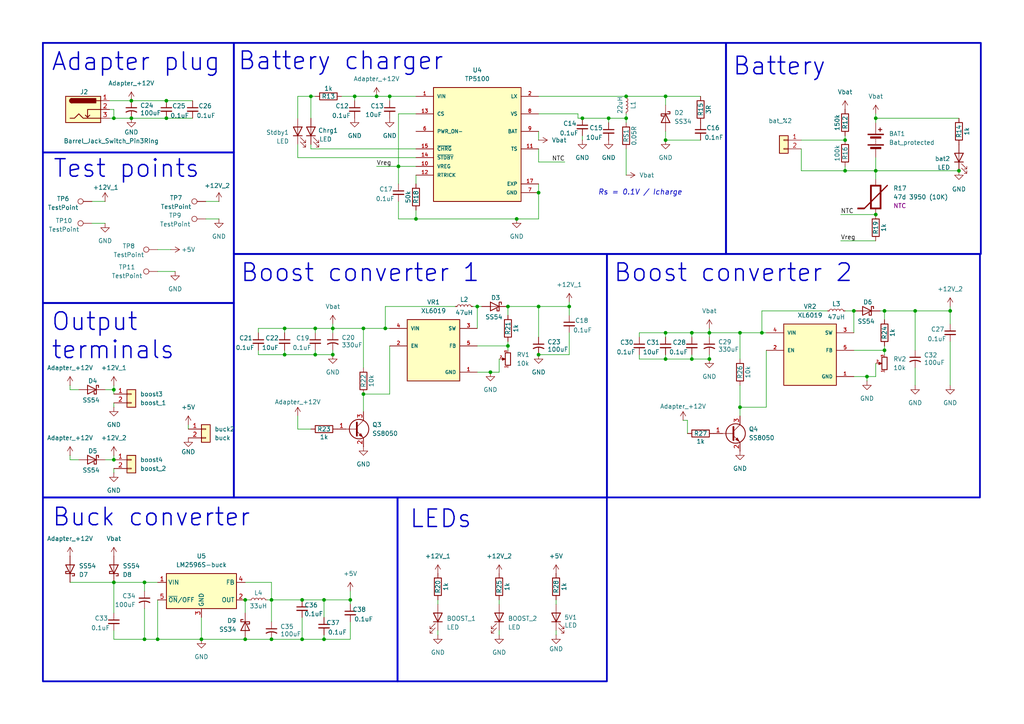
<source format=kicad_sch>
(kicad_sch (version 20250114) (generator "eeschema") (generator_version "9.0")
  (paper "A4")
  (rectangle (start 12.446 87.884) (end 67.818 144.272) (stroke (width 0.508)))
  (rectangle (start 67.818 73.66) (end 176.022 144.272) (stroke (width 0.508)))
  (rectangle (start 115.316 144.272) (end 176.022 197.612) (stroke (width 0.508)))
  (rectangle (start 176.022 73.66) (end 284.226 144.272) (stroke (width 0.508)))
  (rectangle (start 210.566 12.446) (end 284.48 73.66) (stroke (width 0.508)))
  (rectangle (start 12.446 12.446) (end 67.818 44.196) (stroke (width 0.508)))
  (rectangle (start 12.446 144.272) (end 115.316 197.612) (stroke (width 0.508)))
  (rectangle (start 67.818 12.446) (end 210.566 73.66) (stroke (width 0.508)))
  (rectangle (start 12.446 44.196) (end 67.818 87.884) (stroke (width 0.508)))
  (text "Buck converter" (at 14.986 150.114 0) (effects (font (size 5.08 5.08) (thickness 0.4064) (bold yes)) (justify left)))
  (text "Battery" (at 212.344 19.304 0) (effects (font (size 5.08 5.08) (thickness 0.4064) (bold yes)) (justify left)))
  (text "Battery charger" (at 68.834 17.78 0) (effects (font (size 5.08 5.08) (thickness 0.4064) (bold yes)) (justify left)))
  (text "Boost converter 2\n" (at 177.8 79.248 0) (effects (font (size 5.08 5.08) (thickness 0.4064) (bold yes)) (justify left)))
  (text "Output \nterminals" (at 14.732 97.536 0) (effects (font (size 5.08 5.08) (thickness 0.4064) (bold yes)) (justify left)))
  (text "Test points" (at 15.24 49.022 0) (effects (font (size 5.08 5.08) (thickness 0.4064) (bold yes)) (justify left)))
  (text "Adapter plug" (at 14.732 18.034 0) (effects (font (size 5.08 5.08) (thickness 0.4064) (bold yes)) (justify left)))
  (text "Rs = 0.1V / Icharge" (at 185.674 55.88 0) (effects (font (size 1.524 1.524) (thickness 0.1905) (italic yes))))
  (text "Boost converter 1" (at 69.596 79.248 0) (effects (font (size 5.08 5.08) (thickness 0.4064) (bold yes)) (justify left)))
  (text "LEDs" (at 118.618 150.622 0) (effects (font (size 5.08 5.08) (thickness 0.4064) (bold yes)) (justify left)))
  (junction (at 38.1 34.29))
  (junction (at 90.17 27.94))
  (junction (at 91.44 102.87))
  (junction (at 120.65 63.5))
  (junction (at 138.43 88.9))
  (junction (at 41.91 168.91))
  (junction (at 193.04 40.64))
  (junction (at 96.52 102.87))
  (junction (at 254 34.29))
  (junction (at 33.02 34.29))
  (junction (at 33.02 168.91))
  (junction (at 214.63 118.11))
  (junction (at 91.44 95.25))
  (junction (at 205.74 104.14))
  (junction (at 247.65 90.17))
  (junction (at 93.98 173.99))
  (junction (at 142.24 107.95))
  (junction (at 109.22 27.94))
  (junction (at 111.76 95.25))
  (junction (at 147.32 100.33))
  (junction (at 45.72 185.42))
  (junction (at 48.26 29.21))
  (junction (at 71.12 173.99))
  (junction (at 33.02 113.03))
  (junction (at 78.74 173.99))
  (junction (at 181.61 27.94))
  (junction (at 33.02 133.35))
  (junction (at 193.04 27.94))
  (junction (at 245.11 40.64))
  (junction (at 48.26 34.29))
  (junction (at 278.13 49.53))
  (junction (at 168.91 34.29))
  (junction (at 254 62.23))
  (junction (at 254 49.53))
  (junction (at 113.03 27.94))
  (junction (at 193.04 104.14))
  (junction (at 105.41 95.25))
  (junction (at 147.32 88.9))
  (junction (at 102.87 27.94))
  (junction (at 58.42 185.42))
  (junction (at 41.91 185.42))
  (junction (at 82.55 95.25))
  (junction (at 275.59 90.17))
  (junction (at 193.04 96.52))
  (junction (at 256.54 101.6))
  (junction (at 156.21 88.9))
  (junction (at 251.46 109.22))
  (junction (at 245.11 49.53))
  (junction (at 93.98 185.42))
  (junction (at 176.53 34.29))
  (junction (at 87.63 185.42))
  (junction (at 82.55 102.87))
  (junction (at 265.43 90.17))
  (junction (at 38.1 29.21))
  (junction (at 101.6 173.99))
  (junction (at 165.1 88.9))
  (junction (at 181.61 34.29))
  (junction (at 71.12 185.42))
  (junction (at 96.52 95.25))
  (junction (at 87.63 173.99))
  (junction (at 78.74 185.42))
  (junction (at 214.63 96.52))
  (junction (at 105.41 114.3))
  (junction (at 205.74 96.52))
  (junction (at 156.21 55.88))
  (junction (at 156.21 102.87))
  (junction (at 115.57 48.26))
  (junction (at 149.86 63.5))
  (junction (at 256.54 90.17))
  (junction (at 220.98 96.52))
  (junction (at 200.66 104.14))
  (junction (at 200.66 96.52))
  (wire (pts (xy 245.11 49.53) (xy 245.11 48.26)))
  (wire (pts (xy 205.74 97.79) (xy 205.74 96.52)))
  (wire (pts (xy 87.63 179.07) (xy 87.63 185.42)))
  (wire (pts (xy 205.74 104.14) (xy 205.74 102.87)))
  (wire (pts (xy 156.21 55.88) (xy 156.21 63.5)))
  (wire (pts (xy 71.12 173.99) (xy 72.39 173.99)))
  (wire (pts (xy 220.98 96.52) (xy 222.25 96.52)))
  (wire (pts (xy 91.44 102.87) (xy 96.52 102.87)))
  (wire (pts (xy 255.27 90.17) (xy 256.54 90.17)))
  (wire (pts (xy 185.42 102.87) (xy 185.42 104.14)))
  (wire (pts (xy 144.78 175.26) (xy 144.78 173.99)))
  (wire (pts (xy 185.42 97.79) (xy 185.42 96.52)))
  (wire (pts (xy 165.1 88.9) (xy 165.1 91.44)))
  (wire (pts (xy 58.42 179.07) (xy 58.42 185.42)))
  (wire (pts (xy 232.41 49.53) (xy 245.11 49.53)))
  (wire (pts (xy 33.02 114.3) (xy 33.02 113.03)))
  (wire (pts (xy 33.02 182.88) (xy 33.02 185.42)))
  (wire (pts (xy 167.64 34.29) (xy 168.91 34.29)))
  (wire (pts (xy 156.21 38.1) (xy 156.21 40.64)))
  (wire (pts (xy 138.43 107.95) (xy 142.24 107.95)))
  (wire (pts (xy 254 45.72) (xy 254 49.53)))
  (wire (pts (xy 74.93 102.87) (xy 82.55 102.87)))
  (wire (pts (xy 90.17 34.29) (xy 90.17 27.94)))
  (wire (pts (xy 167.64 33.02) (xy 156.21 33.02)))
  (wire (pts (xy 90.17 43.18) (xy 120.65 43.18)))
  (wire (pts (xy 20.32 133.35) (xy 20.32 132.08)))
  (wire (pts (xy 176.53 35.56) (xy 176.53 34.29)))
  (wire (pts (xy 214.63 118.11) (xy 222.25 118.11)))
  (wire (pts (xy 163.83 46.99) (xy 156.21 46.99)))
  (wire (pts (xy 247.65 101.6) (xy 256.54 101.6)))
  (wire (pts (xy 71.12 177.8) (xy 71.12 173.99)))
  (wire (pts (xy 86.36 124.46) (xy 90.17 124.46)))
  (wire (pts (xy 127 175.26) (xy 127 173.99)))
  (wire (pts (xy 33.02 31.75) (xy 33.02 34.29)))
  (wire (pts (xy 115.57 48.26) (xy 115.57 53.34)))
  (wire (pts (xy 193.04 96.52) (xy 200.66 96.52)))
  (wire (pts (xy 30.48 113.03) (xy 33.02 113.03)))
  (wire (pts (xy 82.55 95.25) (xy 91.44 95.25)))
  (wire (pts (xy 93.98 173.99) (xy 93.98 179.07)))
  (wire (pts (xy 165.1 96.52) (xy 165.1 102.87)))
  (wire (pts (xy 240.03 90.17) (xy 220.98 90.17)))
  (wire (pts (xy 33.02 135.89) (xy 33.02 137.16)))
  (wire (pts (xy 181.61 27.94) (xy 156.21 27.94)))
  (wire (pts (xy 198.12 121.92) (xy 199.39 121.92)))
  (wire (pts (xy 254 105.41) (xy 254 109.22)))
  (wire (pts (xy 38.1 34.29) (xy 48.26 34.29)))
  (wire (pts (xy 86.36 27.94) (xy 90.17 27.94)))
  (wire (pts (xy 93.98 184.15) (xy 93.98 185.42)))
  (wire (pts (xy 93.98 185.42) (xy 101.6 185.42)))
  (wire (pts (xy 105.41 95.25) (xy 105.41 106.68)))
  (wire (pts (xy 33.02 34.29) (xy 38.1 34.29)))
  (wire (pts (xy 99.06 27.94) (xy 102.87 27.94)))
  (wire (pts (xy 48.26 29.21) (xy 55.88 29.21)))
  (wire (pts (xy 33.02 111.76) (xy 33.02 113.03)))
  (wire (pts (xy 243.84 62.23) (xy 254 62.23)))
  (wire (pts (xy 120.65 33.02) (xy 115.57 33.02)))
  (wire (pts (xy 214.63 96.52) (xy 214.63 104.14)))
  (wire (pts (xy 165.1 102.87) (xy 156.21 102.87)))
  (wire (pts (xy 200.66 104.14) (xy 205.74 104.14)))
  (wire (pts (xy 256.54 90.17) (xy 265.43 90.17)))
  (wire (pts (xy 101.6 173.99) (xy 101.6 175.26)))
  (wire (pts (xy 161.29 173.99) (xy 161.29 175.26)))
  (wire (pts (xy 50.8 78.74) (xy 45.72 78.74)))
  (wire (pts (xy 275.59 111.76) (xy 275.59 99.06)))
  (wire (pts (xy 113.03 29.21) (xy 113.03 27.94)))
  (wire (pts (xy 54.61 123.19) (xy 54.61 124.46)))
  (wire (pts (xy 71.12 185.42) (xy 78.74 185.42)))
  (wire (pts (xy 93.98 173.99) (xy 101.6 173.99)))
  (wire (pts (xy 193.04 40.64) (xy 203.2 40.64)))
  (wire (pts (xy 254 49.53) (xy 278.13 49.53)))
  (wire (pts (xy 254 33.02) (xy 254 34.29)))
  (wire (pts (xy 96.52 96.52) (xy 96.52 95.25)))
  (wire (pts (xy 96.52 95.25) (xy 105.41 95.25)))
  (wire (pts (xy 214.63 96.52) (xy 220.98 96.52)))
  (wire (pts (xy 71.12 168.91) (xy 78.74 168.91)))
  (wire (pts (xy 111.76 95.25) (xy 113.03 95.25)))
  (wire (pts (xy 120.65 50.8) (xy 120.65 53.34)))
  (wire (pts (xy 78.74 173.99) (xy 87.63 173.99)))
  (wire (pts (xy 31.75 31.75) (xy 33.02 31.75)))
  (wire (pts (xy 181.61 34.29) (xy 181.61 33.02)))
  (wire (pts (xy 63.5 63.5) (xy 59.69 63.5)))
  (wire (pts (xy 22.86 113.03) (xy 20.32 113.03)))
  (wire (pts (xy 41.91 171.45) (xy 41.91 168.91)))
  (wire (pts (xy 91.44 102.87) (xy 82.55 102.87)))
  (wire (pts (xy 120.65 60.96) (xy 120.65 63.5)))
  (wire (pts (xy 193.04 30.48) (xy 193.04 27.94)))
  (wire (pts (xy 82.55 101.6) (xy 82.55 102.87)))
  (wire (pts (xy 74.93 95.25) (xy 82.55 95.25)))
  (wire (pts (xy 20.32 168.91) (xy 33.02 168.91)))
  (wire (pts (xy 193.04 27.94) (xy 181.61 27.94)))
  (wire (pts (xy 30.48 133.35) (xy 33.02 133.35)))
  (wire (pts (xy 251.46 109.22) (xy 254 109.22)))
  (wire (pts (xy 111.76 88.9) (xy 111.76 95.25)))
  (wire (pts (xy 38.1 29.21) (xy 48.26 29.21)))
  (wire (pts (xy 156.21 88.9) (xy 156.21 97.79)))
  (wire (pts (xy 138.43 88.9) (xy 138.43 95.25)))
  (wire (pts (xy 220.98 90.17) (xy 220.98 96.52)))
  (wire (pts (xy 265.43 111.76) (xy 265.43 106.68)))
  (wire (pts (xy 127 182.88) (xy 127 184.15)))
  (wire (pts (xy 115.57 48.26) (xy 120.65 48.26)))
  (wire (pts (xy 33.02 168.91) (xy 41.91 168.91)))
  (wire (pts (xy 200.66 104.14) (xy 200.66 102.87)))
  (wire (pts (xy 96.52 95.25) (xy 96.52 93.98)))
  (wire (pts (xy 41.91 168.91) (xy 45.72 168.91)))
  (wire (pts (xy 138.43 100.33) (xy 147.32 100.33)))
  (wire (pts (xy 30.48 64.77) (xy 26.67 64.77)))
  (wire (pts (xy 77.47 173.99) (xy 78.74 173.99)))
  (wire (pts (xy 165.1 88.9) (xy 165.1 87.63)))
  (wire (pts (xy 156.21 53.34) (xy 156.21 55.88)))
  (wire (pts (xy 144.78 104.14) (xy 144.78 107.95)))
  (wire (pts (xy 96.52 102.87) (xy 96.52 101.6)))
  (wire (pts (xy 96.52 95.25) (xy 91.44 95.25)))
  (wire (pts (xy 185.42 96.52) (xy 193.04 96.52)))
  (wire (pts (xy 251.46 110.49) (xy 251.46 109.22)))
  (wire (pts (xy 31.75 29.21) (xy 38.1 29.21)))
  (wire (pts (xy 86.36 45.72) (xy 120.65 45.72)))
  (wire (pts (xy 86.36 120.65) (xy 86.36 124.46)))
  (wire (pts (xy 161.29 184.15) (xy 161.29 182.88)))
  (wire (pts (xy 181.61 35.56) (xy 181.61 34.29)))
  (wire (pts (xy 265.43 90.17) (xy 275.59 90.17)))
  (wire (pts (xy 193.04 104.14) (xy 200.66 104.14)))
  (wire (pts (xy 256.54 100.33) (xy 256.54 101.6)))
  (wire (pts (xy 115.57 63.5) (xy 120.65 63.5)))
  (wire (pts (xy 156.21 46.99) (xy 156.21 43.18)))
  (wire (pts (xy 156.21 88.9) (xy 165.1 88.9)))
  (wire (pts (xy 90.17 41.91) (xy 90.17 43.18)))
  (wire (pts (xy 147.32 99.06) (xy 147.32 100.33)))
  (wire (pts (xy 139.7 88.9) (xy 138.43 88.9)))
  (wire (pts (xy 102.87 27.94) (xy 109.22 27.94)))
  (wire (pts (xy 193.04 38.1) (xy 193.04 40.64)))
  (wire (pts (xy 275.59 90.17) (xy 275.59 93.98)))
  (wire (pts (xy 82.55 96.52) (xy 82.55 95.25)))
  (wire (pts (xy 87.63 185.42) (xy 93.98 185.42)))
  (wire (pts (xy 265.43 90.17) (xy 265.43 101.6)))
  (wire (pts (xy 115.57 33.02) (xy 115.57 48.26)))
  (wire (pts (xy 33.02 116.84) (xy 33.02 118.11)))
  (wire (pts (xy 147.32 88.9) (xy 147.32 91.44)))
  (wire (pts (xy 33.02 185.42) (xy 41.91 185.42)))
  (wire (pts (xy 181.61 43.18) (xy 181.61 50.8)))
  (wire (pts (xy 168.91 34.29) (xy 176.53 34.29)))
  (wire (pts (xy 254 49.53) (xy 254 52.07)))
  (wire (pts (xy 275.59 90.17) (xy 275.59 88.9)))
  (wire (pts (xy 91.44 102.87) (xy 91.44 101.6)))
  (wire (pts (xy 91.44 96.52) (xy 91.44 95.25)))
  (wire (pts (xy 41.91 185.42) (xy 45.72 185.42)))
  (wire (pts (xy 26.67 58.42) (xy 30.48 58.42)))
  (wire (pts (xy 101.6 171.45) (xy 101.6 173.99)))
  (wire (pts (xy 101.6 180.34) (xy 101.6 185.42)))
  (wire (pts (xy 120.65 63.5) (xy 149.86 63.5)))
  (wire (pts (xy 105.41 114.3) (xy 113.03 114.3)))
  (wire (pts (xy 115.57 58.42) (xy 115.57 63.5)))
  (wire (pts (xy 48.26 34.29) (xy 55.88 34.29)))
  (wire (pts (xy 22.86 133.35) (xy 20.32 133.35)))
  (wire (pts (xy 232.41 43.18) (xy 232.41 49.53)))
  (wire (pts (xy 86.36 41.91) (xy 86.36 45.72)))
  (wire (pts (xy 31.75 34.29) (xy 33.02 34.29)))
  (wire (pts (xy 33.02 133.35) (xy 33.02 132.08)))
  (wire (pts (xy 247.65 90.17) (xy 245.11 90.17)))
  (wire (pts (xy 45.72 173.99) (xy 45.72 185.42)))
  (wire (pts (xy 138.43 88.9) (xy 137.16 88.9)))
  (wire (pts (xy 278.13 34.29) (xy 254 34.29)))
  (wire (pts (xy 254 35.56) (xy 254 34.29)))
  (wire (pts (xy 113.03 27.94) (xy 109.22 27.94)))
  (wire (pts (xy 232.41 40.64) (xy 245.11 40.64)))
  (wire (pts (xy 247.65 109.22) (xy 251.46 109.22)))
  (wire (pts (xy 86.36 34.29) (xy 86.36 27.94)))
  (wire (pts (xy 147.32 100.33) (xy 147.32 101.6)))
  (wire (pts (xy 222.25 118.11) (xy 222.25 101.6)))
  (wire (pts (xy 142.24 107.95) (xy 144.78 107.95)))
  (wire (pts (xy 185.42 104.14) (xy 193.04 104.14)))
  (wire (pts (xy 167.64 34.29) (xy 167.64 33.02)))
  (wire (pts (xy 245.11 49.53) (xy 254 49.53)))
  (wire (pts (xy 205.74 96.52) (xy 205.74 95.25)))
  (wire (pts (xy 105.41 95.25) (xy 111.76 95.25)))
  (wire (pts (xy 214.63 111.76) (xy 214.63 118.11)))
  (wire (pts (xy 109.22 48.26) (xy 115.57 48.26)))
  (wire (pts (xy 245.11 39.37) (xy 245.11 40.64)))
  (wire (pts (xy 58.42 185.42) (xy 71.12 185.42)))
  (wire (pts (xy 199.39 121.92) (xy 199.39 125.73)))
  (wire (pts (xy 78.74 185.42) (xy 87.63 185.42)))
  (wire (pts (xy 200.66 97.79) (xy 200.66 96.52)))
  (wire (pts (xy 132.08 88.9) (xy 111.76 88.9)))
  (wire (pts (xy 113.03 27.94) (xy 120.65 27.94)))
  (wire (pts (xy 74.93 102.87) (xy 74.93 101.6)))
  (wire (pts (xy 193.04 27.94) (xy 203.2 27.94)))
  (wire (pts (xy 78.74 173.99) (xy 78.74 180.34)))
  (wire (pts (xy 102.87 29.21) (xy 102.87 27.94)))
  (wire (pts (xy 78.74 168.91) (xy 78.74 173.99)))
  (wire (pts (xy 176.53 34.29) (xy 181.61 34.29)))
  (wire (pts (xy 33.02 168.91) (xy 33.02 177.8)))
  (wire (pts (xy 45.72 72.39) (xy 49.53 72.39)))
  (wire (pts (xy 147.32 88.9) (xy 156.21 88.9)))
  (wire (pts (xy 256.54 90.17) (xy 256.54 92.71)))
  (wire (pts (xy 214.63 118.11) (xy 214.63 120.65)))
  (wire (pts (xy 149.86 63.5) (xy 156.21 63.5)))
  (wire (pts (xy 59.69 58.42) (xy 63.5 58.42)))
  (wire (pts (xy 45.72 185.42) (xy 58.42 185.42)))
  (wire (pts (xy 144.78 182.88) (xy 144.78 184.15)))
  (wire (pts (xy 41.91 176.53) (xy 41.91 185.42)))
  (wire (pts (xy 105.41 114.3) (xy 105.41 119.38)))
  (wire (pts (xy 200.66 96.52) (xy 205.74 96.52)))
  (wire (pts (xy 90.17 27.94) (xy 91.44 27.94)))
  (wire (pts (xy 20.32 113.03) (xy 20.32 111.76)))
  (wire (pts (xy 193.04 102.87) (xy 193.04 104.14)))
  (wire (pts (xy 247.65 90.17) (xy 247.65 96.52)))
  (wire (pts (xy 243.84 69.85) (xy 254 69.85)))
  (wire (pts (xy 256.54 101.6) (xy 256.54 102.87)))
  (wire (pts (xy 74.93 96.52) (xy 74.93 95.25)))
  (wire (pts (xy 205.74 96.52) (xy 214.63 96.52)))
  (wire (pts (xy 168.91 40.64) (xy 168.91 39.37)))
  (wire (pts (xy 193.04 97.79) (xy 193.04 96.52)))
  (wire (pts (xy 87.63 173.99) (xy 93.98 173.99)))
  (wire (pts (xy 113.03 100.33) (xy 113.03 114.3)))
  (label "Vreg" (at 243.84 69.85 0))
  (label "NTC" (at 163.83 46.99 180))
  (label "Vreg" (at 109.22 48.26 0))
  (label "NTC" (at 243.84 62.23 0))
  (symbol (lib_id "PCM_4ms_Connector:Conn_01x02") (at 38.1 114.3 0) (unit 1)
    (property "Reference" "boost3" (at 40.64 114.2999 0) (effects (justify left)))
    (property "Value" "boost_1" (at 40.64 116.8399 0) (effects (justify left)))
    (property "Footprint" "Connector_JST:JST_VH_B2P-VH-B_1x02_P3.96mm_Vertical" (effects (hide yes)))
    (property "Description" "HEADER 1x2 MALE PINS 0.100” 180deg" (effects (hide yes)))
    (property "Specifications" "Pins_01x02, Header, Male Pins, 1*2, spacing 2.54mm, straight pin" (effects (hide yes)))
    (property "Manufacturer" "TAD" (effects (hide yes)))
    (property "Part Number" "1-0201FBV0T" (effects (hide yes)))
  )
  (symbol (lib_id "Device:C_Small") (at 200.66 100.33 0) (unit 1)
    (property "Reference" "C28" (at 195.072 99.314 0) (effects (justify left)))
    (property "Value" "0.1uF" (at 194.056 102.108 0) (effects (justify left)))
    (property "Footprint" "PCM_4ms_Capacitor:C_0603" (effects (hide yes)))
    (property "Description" "Unpolarized capacitor, small symbol" (effects (hide yes)))
  )
  (symbol (lib_id "Device:C_Small_US") (at 265.43 104.14 0) (unit 1)
    (property "Reference" "C32" (at 267.97 102.9969 0) (effects (justify left)))
    (property "Value" "100uF" (at 267.97 105.156 0) (effects (justify left)))
    (property "Footprint" "PCM_Capacitor_SMD_Handsoldering_AKL:C_Elec_6.3x7.7" (effects (hide yes)))
    (property "Description" "capacitor, small US symbol" (effects (hide yes)))
  )
  (symbol (lib_id "Diode:1N5822") (at 193.04 34.29 270) (unit 1)
    (property "Reference" "D2" (at 195.58 32.7024 90) (effects (justify left)))
    (property "Value" "SS34" (at 195.58 35.2424 90) (effects (justify left)))
    (property "Footprint" "Diode_SMD:D_SMA" (effects (hide yes)))
    (property "Datasheet" "http://www.vishay.com/docs/88526/1n5820.pdf" (effects (hide yes)))
    (property "Description" "40V 3A Schottky Barrier Rectifier Diode, DO-201AD" (effects (hide yes)))
  )
  (symbol (lib_id "Device:C_Small") (at 113.03 31.75 0) (unit 1)
    (property "Reference" "C13" (at 107.442 30.734 0) (effects (justify left)))
    (property "Value" "10uF" (at 105.918 33.274 0) (effects (justify left)))
    (property "Footprint" "PCM_4ms_Capacitor:C_0603" (effects (hide yes)))
    (property "Description" "Unpolarized capacitor, small symbol" (effects (hide yes)))
  )
  (symbol (lib_id "power:GND") (at 168.91 40.64 0) (unit 1)
    (property "Reference" "#PWR047" (effects (hide yes)))
    (property "Value" "GND" (at 168.91 45.72 0))
    (property "Description" "Power symbol creates a global label with name \"GND\" , ground" (effects (hide yes)))
  )
  (symbol (lib_id "power:+12V") (at 33.02 161.29 0) (unit 1)
    (property "Reference" "#PWR082" (effects (hide yes)))
    (property "Value" "Vbat" (at 33.02 156.21 0))
    (property "Description" "Power symbol creates a global label with name \"+12V\"" (effects (hide yes)))
  )
  (symbol (lib_id "power:+12V") (at 38.1 29.21 0) (unit 1)
    (property "Reference" "#PWR067" (effects (hide yes)))
    (property "Value" "Adapter_+12V" (at 38.1 24.13 0))
    (property "Description" "Power symbol creates a global label with name \"+12V\"" (effects (hide yes)))
  )
  (symbol (lib_id "Device:R") (at 147.32 95.25 0) (mirror x) (unit 1)
    (property "Reference" "R21" (at 147.32 95.25 90))
    (property "Value" "1k" (at 149.606 95.25 90))
    (property "Footprint" "PCM_4ms_Resistor:R_0603" (effects (hide yes)))
    (property "Description" "Resistor" (effects (hide yes)))
  )
  (symbol (lib_id "power:GND") (at 251.46 110.49 0) (unit 1)
    (property "Reference" "#PWR078" (effects (hide yes)))
    (property "Value" "GND" (at 251.46 115.57 0))
    (property "Description" "Power symbol creates a global label with name \"GND\" , ground" (effects (hide yes)))
  )
  (symbol (lib_id "Device:C_Small") (at 102.87 31.75 0) (unit 1)
    (property "Reference" "C12" (at 97.282 30.734 0) (effects (justify left)))
    (property "Value" "0.1uF" (at 96.266 33.528 0) (effects (justify left)))
    (property "Footprint" "PCM_4ms_Capacitor:C_0603" (effects (hide yes)))
    (property "Description" "Unpolarized capacitor, small symbol" (effects (hide yes)))
  )
  (symbol (lib_id "power:+12V") (at 198.12 121.92 0) (unit 1)
    (property "Reference" "#PWR083" (effects (hide yes)))
    (property "Value" "Adapter_+12V" (at 198.12 117.856 0))
    (property "Description" "Power symbol creates a global label with name \"+12V\"" (effects (hide yes)))
  )
  (symbol (lib_id "Device:LED") (at 127 179.07 270) (mirror x) (unit 1)
    (property "Reference" "BOOST_1" (at 129.54 179.3874 90) (effects (justify left)))
    (property "Value" "LED" (at 129.54 181.9274 90) (effects (justify left)))
    (property "Footprint" "PCM_LED_SMD_AKL:LED_0603_1608Metric_Pad1.05x0.95mm" (effects (hide yes)))
    (property "Description" "Light emitting diode" (effects (hide yes)))
    (property "Sim.Pins" "1=K 2=A" (effects (hide yes)))
  )
  (symbol (lib_id "power:GND") (at 33.02 137.16 0) (unit 1)
    (property "Reference" "#PWR072" (effects (hide yes)))
    (property "Value" "GND" (at 33.02 142.24 0))
    (property "Description" "Power symbol creates a global label with name \"GND\" , ground" (effects (hide yes)))
  )
  (symbol (lib_id "power:GND") (at 30.48 64.77 0) (unit 1)
    (property "Reference" "#PWR0128" (effects (hide yes)))
    (property "Value" "GND" (at 30.48 69.85 0))
    (property "Description" "Power symbol creates a global label with name \"GND\" , ground" (effects (hide yes)))
  )
  (symbol (lib_id "power:GND") (at 144.78 184.15 0) (unit 1)
    (property "Reference" "#PWR0134" (effects (hide yes)))
    (property "Value" "GND" (at 144.78 189.23 0))
    (property "Description" "Power symbol creates a global label with name \"GND\" , ground" (effects (hide yes)))
  )
  (symbol (lib_id "power:+12V") (at 205.74 95.25 0) (unit 1)
    (property "Reference" "#PWR073" (effects (hide yes)))
    (property "Value" "Vbat" (at 205.74 90.17 0))
    (property "Description" "Power symbol creates a global label with name \"+12V\"" (effects (hide yes)))
  )
  (symbol (lib_id "power:+5V") (at 54.61 123.19 0) (unit 1)
    (property "Reference" "#PWR084" (effects (hide yes)))
    (property "Value" "+5V" (at 54.61 118.11 0))
    (property "Description" "Power symbol creates a global label with name \"+5V\"" (effects (hide yes)))
  )
  (symbol (lib_id "Device:C_Small_US") (at 96.52 99.06 0) (unit 1)
    (property "Reference" "C20" (at 99.06 97.9169 0) (effects (justify left)))
    (property "Value" "330uF" (at 99.06 100.076 0) (effects (justify left)))
    (property "Footprint" "PCM_Capacitor_SMD_Handsoldering_AKL:C_Elec_6.3x7.7" (effects (hide yes)))
    (property "Description" "capacitor, small US symbol" (effects (hide yes)))
  )
  (symbol (lib_id "Connector:Barrel_Jack_Switch_Pin3Ring") (at 24.13 31.75 0) (unit 1)
    (property "Reference" "J2" (at 24.384 26.67 0))
    (property "Value" "Barrel_Jack_Switch_Pin3Ring" (at 32.258 40.894 0))
    (property "Footprint" "my_custom_footprint:GCT_DCJ200-10-A-XX-K_REVA" (effects (hide yes)))
    (property "Description" "DC Barrel Jack with an internal switch" (effects (hide yes)))
  )
  (symbol (lib_id "power:+5V") (at 49.53 72.39 270) (unit 1)
    (property "Reference" "#PWR0126" (effects (hide yes)))
    (property "Value" "+5V" (at 54.61 72.39 90))
    (property "Description" "Power symbol creates a global label with name \"+5V\"" (effects (hide yes)))
  )
  (symbol (lib_id "power:+12V") (at 109.22 27.94 0) (unit 1)
    (property "Reference" "#PWR043" (effects (hide yes)))
    (property "Value" "Adapter_+12V" (at 109.22 22.86 0))
    (property "Description" "Power symbol creates a global label with name \"+12V\"" (effects (hide yes)))
  )
  (symbol (lib_id "Device:C_Small") (at 176.53 38.1 0) (unit 1)
    (property "Reference" "C15" (at 170.942 37.084 0) (effects (justify left)))
    (property "Value" "10uF" (at 169.926 39.878 0) (effects (justify left)))
    (property "Footprint" "PCM_4ms_Capacitor:C_0603" (effects (hide yes)))
    (property "Description" "Unpolarized capacitor, small symbol" (effects (hide yes)))
  )
  (symbol (lib_id "Transistor_BJT:SS8050") (at 102.87 124.46 0) (unit 1)
    (property "Reference" "Q3" (at 107.95 123.1899 0) (effects (justify left)))
    (property "Value" "SS8050" (at 107.95 125.7299 0) (effects (justify left)))
    (property "Footprint" "Package_TO_SOT_SMD:SOT-23" (effects (hide yes)))
    (property "Datasheet" "http://www.secosgmbh.com/datasheet/products/SSMPTransistor/SOT-23/SS8050.pdf" (effects (hide yes)))
    (property "Description" "General Purpose NPN Transistor, 1.5A Ic, 25V Vce, SOT-23" (effects (hide yes)))
  )
  (symbol (lib_id "Device:C_Small") (at 82.55 99.06 0) (unit 1)
    (property "Reference" "C22" (at 76.962 98.044 0) (effects (justify left)))
    (property "Value" "10uF" (at 75.946 100.838 0) (effects (justify left)))
    (property "Footprint" "PCM_4ms_Capacitor:C_0603" (effects (hide yes)))
    (property "Description" "Unpolarized capacitor, small symbol" (effects (hide yes)))
  )
  (symbol (lib_id "Device:R") (at 105.41 110.49 0) (unit 1)
    (property "Reference" "R22" (at 105.41 110.49 90))
    (property "Value" "10k" (at 107.696 110.49 90))
    (property "Footprint" "PCM_4ms_Resistor:R_0603" (effects (hide yes)))
    (property "Description" "Resistor" (effects (hide yes)))
  )
  (symbol (lib_id "Device:C_Small") (at 87.63 176.53 0) (mirror y) (unit 1)
    (property "Reference" "C36" (at 92.202 175.514 0) (effects (justify left)))
    (property "Value" "0.1uF" (at 93.726 178.054 0) (effects (justify left)))
    (property "Footprint" "PCM_4ms_Capacitor:C_0603" (effects (hide yes)))
    (property "Description" "Unpolarized capacitor, small symbol" (effects (hide yes)))
  )
  (symbol (lib_id "Device:LED") (at 278.13 45.72 90) (unit 1)
    (property "Reference" "bat2" (at 275.59 46.0374 90) (effects (justify left)))
    (property "Value" "LED" (at 275.59 48.5774 90) (effects (justify left)))
    (property "Footprint" "PCM_LED_SMD_AKL:LED_0603_1608Metric_Pad1.05x0.95mm" (effects (hide yes)))
    (property "Description" "Light emitting diode" (effects (hide yes)))
    (property "Sim.Pins" "1=K 2=A" (effects (hide yes)))
  )
  (symbol (lib_id "Device:R") (at 203.2 125.73 270) (unit 1)
    (property "Reference" "R27" (at 203.2 125.73 90))
    (property "Value" "1k" (at 203.2 128.016 90))
    (property "Footprint" "PCM_4ms_Resistor:R_0603" (effects (hide yes)))
    (property "Description" "Resistor" (effects (hide yes)))
  )
  (symbol (lib_id "power:GND") (at 63.5 63.5 0) (unit 1)
    (property "Reference" "#PWR0127" (effects (hide yes)))
    (property "Value" "GND" (at 63.5 68.58 0))
    (property "Description" "Power symbol creates a global label with name \"GND\" , ground" (effects (hide yes)))
  )
  (symbol (lib_id "Device:C_Small_US") (at 205.74 100.33 0) (unit 1)
    (property "Reference" "C29" (at 208.28 99.1869 0) (effects (justify left)))
    (property "Value" "330uF" (at 208.28 101.346 0) (effects (justify left)))
    (property "Footprint" "PCM_Capacitor_SMD_Handsoldering_AKL:C_Elec_6.3x7.7" (effects (hide yes)))
    (property "Description" "capacitor, small US symbol" (effects (hide yes)))
  )
  (symbol (lib_id "Diode:1N5822") (at 251.46 90.17 0) (mirror y) (unit 1)
    (property "Reference" "D6" (at 253.0476 87.63 0) (effects (justify left)))
    (property "Value" "SS54" (at 253.746 93.218 0) (effects (justify left)))
    (property "Footprint" "Diode_SMD:D_SMA" (effects (hide yes)))
    (property "Datasheet" "http://www.vishay.com/docs/88526/1n5820.pdf" (effects (hide yes)))
    (property "Description" "40V 3A Schottky Barrier Rectifier Diode, DO-201AD" (effects (hide yes)))
  )
  (symbol (lib_id "power:GND") (at 156.21 102.87 0) (unit 1)
    (property "Reference" "#PWR061" (effects (hide yes)))
    (property "Value" "GND" (at 156.21 107.95 0))
    (property "Description" "Power symbol creates a global label with name \"GND\" , ground" (effects (hide yes)))
  )
  (symbol (lib_id "PCM_Elektuur:R-nonlin") (at 254 57.15 0) (unit 1)
    (property "Reference" "R17" (at 259.08 54.6099 0) (effects (justify left)))
    (property "Value" "47d 3950 (10K)" (at 259.08 57.1499 0) (effects (justify left)))
    (property "Footprint" "PCM_Resistor_THT_AKL_Double:R_Axial_DIN0204_L3.6mm_D1.6mm_P5.08mm_Horizontal" (effects (hide yes)))
    (property "Description" "non-linear resistor, inherent/intrinsic variability" (effects (hide yes)))
    (property "Indicator" "+" (effects (hide yes)))
    (property "Rating" "NTC" (at 259.08 59.6899 0) (effects (justify left)))
  )
  (symbol (lib_id "Device:LED") (at 161.29 179.07 90) (unit 1)
    (property "Reference" "5V1" (at 167.386 179.07 90) (effects (justify left)))
    (property "Value" "LED" (at 167.386 181.356 90) (effects (justify left)))
    (property "Footprint" "PCM_LED_SMD_AKL:LED_0603_1608Metric_Pad1.05x0.95mm" (effects (hide yes)))
    (property "Description" "Light emitting diode" (effects (hide yes)))
    (property "Sim.Pins" "1=K 2=A" (effects (hide yes)))
  )
  (symbol (lib_id "power:+12V") (at 86.36 120.65 0) (unit 1)
    (property "Reference" "#PWR065" (effects (hide yes)))
    (property "Value" "Adapter_+12V" (at 86.36 116.586 0))
    (property "Description" "Power symbol creates a global label with name \"+12V\"" (effects (hide yes)))
  )
  (symbol (lib_id "power:GND") (at 278.13 49.53 0) (unit 1)
    (property "Reference" "#PWR050" (effects (hide yes)))
    (property "Value" "GND" (at 278.13 54.864 0))
    (property "Description" "Power symbol creates a global label with name \"GND\" , ground" (effects (hide yes)))
  )
  (symbol (lib_id "Device:R") (at 245.11 35.56 0) (mirror y) (unit 1)
    (property "Reference" "R12" (at 245.11 35.56 90))
    (property "Value" "150k" (at 242.824 35.56 90))
    (property "Footprint" "PCM_4ms_Resistor:R_0603" (effects (hide yes)))
    (property "Description" "Resistor" (effects (hide yes)))
  )
  (symbol (lib_id "Diode:1N5822") (at 26.67 133.35 0) (mirror y) (unit 1)
    (property "Reference" "D5" (at 28.2576 130.81 0) (effects (justify left)))
    (property "Value" "SS54" (at 28.956 136.398 0) (effects (justify left)))
    (property "Footprint" "Diode_SMD:D_SMA" (effects (hide yes)))
    (property "Datasheet" "http://www.vishay.com/docs/88526/1n5820.pdf" (effects (hide yes)))
    (property "Description" "40V 3A Schottky Barrier Rectifier Diode, DO-201AD" (effects (hide yes)))
  )
  (symbol (lib_id "power:GND") (at 54.61 127 0) (unit 1)
    (property "Reference" "#PWR085" (effects (hide yes)))
    (property "Value" "GND" (at 54.61 131.064 0))
    (property "Description" "Power symbol creates a global label with name \"GND\" , ground" (effects (hide yes)))
  )
  (symbol (lib_id "Device:C_Small") (at 203.2 38.1 0) (mirror y) (unit 1)
    (property "Reference" "C16" (at 208.788 37.084 0) (effects (justify left)))
    (property "Value" "0.1nF" (at 209.804 39.878 0) (effects (justify left)))
    (property "Footprint" "PCM_4ms_Capacitor:C_0603" (effects (hide yes)))
    (property "Description" "Unpolarized capacitor, small symbol" (effects (hide yes)))
  )
  (symbol (lib_id "Connector:TestPoint") (at 26.67 58.42 90) (unit 1)
    (property "Reference" "TP6" (at 18.288 57.658 90))
    (property "Value" "TestPoint" (at 18.288 60.198 90))
    (property "Footprint" "TestPoint:TestPoint_Pad_D1.0mm" (effects (hide yes)))
    (property "Description" "test point" (effects (hide yes)))
  )
  (symbol (lib_id "XL6009:XL6009") (at 234.95 101.6 0) (unit 1)
    (property "Reference" "VR2" (at 234.95 88.9 0))
    (property "Value" "XL6019" (at 234.95 91.44 0))
    (property "Footprint" "PCM_Package_TO_SOT_SMD_AKL:TO-263-5_TabPin6_ThermalVias" (effects (hide yes)))
    (property "MF" "XLSEMI" (effects (hide yes)))
    (property "MAXIMUM_PACKAGE_HEIGHT" "4.65mm" (effects (hide yes)))
    (property "Package" "TO-263-5L XLSEMI" (effects (hide yes)))
    (property "Price" "None" (effects (hide yes)))
    (property "Check_prices" "https://www.snapeda.com/parts/XL6009/XLSEMI/view-part/?ref=eda" (effects (hide yes)))
    (property "STANDARD" "IPC-7351B" (effects (hide yes)))
    (property "PARTREV" "1.1" (effects (hide yes)))
    (property "SnapEDA_Link" "https://www.snapeda.com/parts/XL6009/XLSEMI/view-part/?ref=snap" (effects (hide yes)))
    (property "MP" "XL6009" (effects (hide yes)))
    (property "Description_1" "The XL6009 regulator is a wide input range, current mode, DC/DC converter which is capable of generating either positive or negative output voltages." (effects (hide yes)))
    (property "Availability" "Not in stock" (effects (hide yes)))
    (property "MANUFACTURER" "XLSEMI" (effects (hide yes)))
  )
  (symbol (lib_id "Connector:TestPoint") (at 45.72 78.74 90) (unit 1)
    (property "Reference" "TP11" (at 36.83 77.47 90))
    (property "Value" "TestPoint" (at 36.83 80.01 90))
    (property "Footprint" "TestPoint:TestPoint_Pad_D1.0mm" (effects (hide yes)))
    (property "Description" "test point" (effects (hide yes)))
  )
  (symbol (lib_id "Connector:TestPoint") (at 59.69 63.5 90) (unit 1)
    (property "Reference" "TP9" (at 50.8 62.484 90))
    (property "Value" "TestPoint" (at 50.8 65.024 90))
    (property "Footprint" "TestPoint:TestPoint_Pad_D1.0mm" (effects (hide yes)))
    (property "Description" "test point" (effects (hide yes)))
  )
  (symbol (lib_id "power:+12V") (at 20.32 161.29 0) (unit 1)
    (property "Reference" "#PWR081" (effects (hide yes)))
    (property "Value" "Adapter_+12V" (at 20.32 156.21 0))
    (property "Description" "Power symbol creates a global label with name \"+12V\"" (effects (hide yes)))
  )
  (symbol (lib_id "Device:C_Small") (at 101.6 177.8 0) (mirror y) (unit 1)
    (property "Reference" "C38" (at 106.172 176.784 0) (effects (justify left)))
    (property "Value" "0.1uF" (at 108.204 179.578 0) (effects (justify left)))
    (property "Footprint" "PCM_4ms_Capacitor:C_0603" (effects (hide yes)))
    (property "Description" "Unpolarized capacitor, small symbol" (effects (hide yes)))
  )
  (symbol (lib_id "power:GND") (at 113.03 34.29 0) (unit 1)
    (property "Reference" "#PWR045" (effects (hide yes)))
    (property "Value" "GND" (at 113.03 39.37 0))
    (property "Description" "Power symbol creates a global label with name \"GND\" , ground" (effects (hide yes)))
  )
  (symbol (lib_id "power:+12V") (at 20.32 132.08 0) (unit 1)
    (property "Reference" "#PWR068" (effects (hide yes)))
    (property "Value" "Adapter_+12V" (at 20.32 127 0))
    (property "Description" "Power symbol creates a global label with name \"+12V\"" (effects (hide yes)))
  )
  (symbol (lib_id "Device:C_Small") (at 168.91 36.83 0) (unit 1)
    (property "Reference" "C14" (at 163.322 35.814 0) (effects (justify left)))
    (property "Value" "0.1uF" (at 162.306 38.608 0) (effects (justify left)))
    (property "Footprint" "PCM_4ms_Capacitor:C_0603" (effects (hide yes)))
    (property "Description" "Unpolarized capacitor, small symbol" (effects (hide yes)))
  )
  (symbol (lib_id "TP5100:TP5100") (at 138.43 40.64 0) (unit 1)
    (property "Reference" "U4" (at 138.43 20.32 0))
    (property "Value" "TP5100" (at 138.43 22.86 0))
    (property "Footprint" "Package_DFN_QFN:LQFN-16-1EP_3x3mm_P0.5mm_EP1.7x1.7mm" (effects (hide yes)))
    (property "MF" "NanJing Top Power ASIC Corp." (effects (hide yes)))
    (property "MAXIMUM_PACKAGE_HEIGHT" "0.9 mm" (effects (hide yes)))
    (property "Package" "Package" (effects (hide yes)))
    (property "Price" "None" (effects (hide yes)))
    (property "Check_prices" "https://www.snapeda.com/parts/TP5100/NanJing+Top+Power+ASIC+Corp./view-part/?ref=eda" (effects (hide yes)))
    (property "STANDARD" "IPC 7351B" (effects (hide yes)))
    (property "PARTREV" "2.3" (effects (hide yes)))
    (property "SnapEDA_Link" "https://www.snapeda.com/parts/TP5100/NanJing+Top+Power+ASIC+Corp./view-part/?ref=snap" (effects (hide yes)))
    (property "MP" "TP5100" (effects (hide yes)))
    (property "Description_1" "2A-switch buck 8.4V / 4.2V rechargeable lithium battery" (effects (hide yes)))
    (property "MANUFACTURER" "NanJing Top Power ASIC Corp." (effects (hide yes)))
    (property "Availability" "Not in stock" (effects (hide yes)))
    (property "SNAPEDA_PN" "TP5100" (effects (hide yes)))
  )
  (symbol (lib_id "Device:R") (at 214.63 107.95 0) (unit 1)
    (property "Reference" "R26" (at 214.63 107.95 90))
    (property "Value" "10k" (at 216.916 107.95 90))
    (property "Footprint" "PCM_4ms_Resistor:R_0603" (effects (hide yes)))
    (property "Description" "Resistor" (effects (hide yes)))
  )
  (symbol (lib_id "Regulator_Switching:LM2596S-5") (at 58.42 171.45 0) (unit 1)
    (property "Reference" "U5" (at 58.42 161.29 0))
    (property "Value" "LM2596S-buck" (at 58.42 163.83 0))
    (property "Footprint" "PCM_Package_TO_SOT_SMD_AKL:TO-263-5_TabPin3_ThermalVias" (effects (hide yes)))
    (property "Datasheet" "http://www.ti.com/lit/ds/symlink/lm2596.pdf" (effects (hide yes)))
    (property "Description" "5V 3A Step-Down Voltage Regulator, TO-263" (effects (hide yes)))
  )
  (symbol (lib_id "Diode:1N5822") (at 26.67 113.03 0) (mirror y) (unit 1)
    (property "Reference" "D4" (at 28.2576 110.49 0) (effects (justify left)))
    (property "Value" "SS54" (at 28.956 116.078 0) (effects (justify left)))
    (property "Footprint" "Diode_SMD:D_SMA" (effects (hide yes)))
    (property "Datasheet" "http://www.vishay.com/docs/88526/1n5820.pdf" (effects (hide yes)))
    (property "Description" "40V 3A Schottky Barrier Rectifier Diode, DO-201AD" (effects (hide yes)))
  )
  (symbol (lib_id "Device:L_Small") (at 134.62 88.9 90) (unit 1)
    (property "Reference" "L2" (at 134.62 86.868 90))
    (property "Value" "47uH" (at 134.62 90.678 90))
    (property "Footprint" "PCM_Inductor_SMD_Handsoldering_AKL:L_7.3x7.3_H4.5" (effects (hide yes)))
    (property "Description" "Inductor, small symbol" (effects (hide yes)))
  )
  (symbol (lib_id "power:GND") (at 102.87 34.29 0) (unit 1)
    (property "Reference" "#PWR044" (effects (hide yes)))
    (property "Value" "GND" (at 102.87 39.37 0))
    (property "Description" "Power symbol creates a global label with name \"GND\" , ground" (effects (hide yes)))
  )
  (symbol (lib_id "Device:C_Small") (at 185.42 100.33 0) (unit 1)
    (property "Reference" "C30" (at 179.832 99.314 0) (effects (justify left)))
    (property "Value" "0.1uF" (at 178.816 102.108 0) (effects (justify left)))
    (property "Footprint" "PCM_4ms_Capacitor:C_0603" (effects (hide yes)))
    (property "Description" "Unpolarized capacitor, small symbol" (effects (hide yes)))
  )
  (symbol (lib_id "power:GND") (at 149.86 63.5 0) (unit 1)
    (property "Reference" "#PWR052" (effects (hide yes)))
    (property "Value" "GND" (at 149.86 68.58 0))
    (property "Description" "Power symbol creates a global label with name \"GND\" , ground" (effects (hide yes)))
  )
  (symbol (lib_id "Connector:TestPoint") (at 26.67 64.77 90) (unit 1)
    (property "Reference" "TP10" (at 18.542 64.008 90))
    (property "Value" "TestPoint" (at 18.542 66.548 90))
    (property "Footprint" "TestPoint:TestPoint_Pad_D1.0mm" (effects (hide yes)))
    (property "Description" "test point" (effects (hide yes)))
  )
  (symbol (lib_id "Diode:1N5822") (at 33.02 165.1 270) (mirror x) (unit 1)
    (property "Reference" "D8" (at 35.56 166.6876 90) (effects (justify left)))
    (property "Value" "SS54" (at 35.56 164.1476 90) (effects (justify left)))
    (property "Footprint" "Diode_SMD:D_SMA" (effects (hide yes)))
    (property "Datasheet" "http://www.vishay.com/docs/88526/1n5820.pdf" (effects (hide yes)))
    (property "Description" "40V 3A Schottky Barrier Rectifier Diode, DO-201AD" (effects (hide yes)))
  )
  (symbol (lib_id "power:GND") (at 275.59 111.76 0) (unit 1)
    (property "Reference" "#PWR079" (effects (hide yes)))
    (property "Value" "GND" (at 275.59 116.84 0))
    (property "Description" "Power symbol creates a global label with name \"GND\" , ground" (effects (hide yes)))
  )
  (symbol (lib_id "power:+12V") (at 33.02 132.08 0) (unit 1)
    (property "Reference" "#PWR069" (effects (hide yes)))
    (property "Value" "+12V_2" (at 33.02 127 0))
    (property "Description" "Power symbol creates a global label with name \"+12V\"" (effects (hide yes)))
  )
  (symbol (lib_id "Device:R") (at 95.25 27.94 270) (mirror x) (unit 1)
    (property "Reference" "R13" (at 95.25 27.94 90))
    (property "Value" "1k" (at 95.25 25.654 90))
    (property "Footprint" "PCM_4ms_Resistor:R_0603" (effects (hide yes)))
    (property "Description" "Resistor" (effects (hide yes)))
  )
  (symbol (lib_id "Device:C_Small") (at 48.26 31.75 0) (mirror y) (unit 1)
    (property "Reference" "C25" (at 53.848 30.734 0) (effects (justify left)))
    (property "Value" "0.1uF" (at 54.864 33.528 0) (effects (justify left)))
    (property "Footprint" "PCM_4ms_Capacitor:C_0603" (effects (hide yes)))
    (property "Description" "Unpolarized capacitor, small symbol" (effects (hide yes)))
  )
  (symbol (lib_id "Device:R") (at 127 170.18 0) (mirror x) (unit 1)
    (property "Reference" "R20" (at 127 170.18 90))
    (property "Value" "1k" (at 129.286 170.18 90))
    (property "Footprint" "PCM_4ms_Resistor:R_0603" (effects (hide yes)))
    (property "Description" "Resistor" (effects (hide yes)))
  )
  (symbol (lib_id "power:+12V") (at 181.61 50.8 270) (unit 1)
    (property "Reference" "#PWR051" (effects (hide yes)))
    (property "Value" "Vbat" (at 185.42 50.7999 90) (effects (justify left)))
    (property "Description" "Power symbol creates a global label with name \"+12V\"" (effects (hide yes)))
  )
  (symbol (lib_id "PCM_4ms_Connector:Conn_01x02") (at 227.33 40.64 0) (mirror y) (unit 1)
    (property "Reference" "bat_%2" (at 226.314 35.052 0))
    (property "Value" "battery _percentage" (effects (hide yes)))
    (property "Footprint" "Connector_PinHeader_2.54mm:PinHeader_1x02_P2.54mm_Vertical" (effects (hide yes)))
    (property "Description" "HEADER 1x2 MALE PINS 0.100” 180deg" (effects (hide yes)))
    (property "Specifications" "Pins_01x02, Header, Male Pins, 1*2, spacing 2.54mm, straight pin" (effects (hide yes)))
    (property "Manufacturer" "TAD" (effects (hide yes)))
    (property "Part Number" "1-0201FBV0T" (effects (hide yes)))
  )
  (symbol (lib_id "power:+12V") (at 254 33.02 0) (unit 1)
    (property "Reference" "#PWR042" (effects (hide yes)))
    (property "Value" "Vbat" (at 254 27.94 0))
    (property "Description" "Power symbol creates a global label with name \"+12V\"" (effects (hide yes)))
  )
  (symbol (lib_id "Device:R") (at 93.98 124.46 270) (unit 1)
    (property "Reference" "R23" (at 93.98 124.46 90))
    (property "Value" "1k" (at 93.98 126.746 90))
    (property "Footprint" "PCM_4ms_Resistor:R_0603" (effects (hide yes)))
    (property "Description" "Resistor" (effects (hide yes)))
  )
  (symbol (lib_id "Device:R_Potentiometer_Small") (at 256.54 105.41 180) (unit 1)
    (property "Reference" "RV2" (at 259.08 104.1399 0) (effects (justify right)))
    (property "Value" "10k" (at 259.08 106.6799 0) (effects (justify right)))
    (property "Footprint" "PCM_Potentiometer_THT_AKL_Double:Potentiometer_Bourns_3266Y_Vertical" (effects (hide yes)))
    (property "Description" "Potentiometer" (effects (hide yes)))
  )
  (symbol (lib_id "Device:R") (at 144.78 170.18 0) (mirror x) (unit 1)
    (property "Reference" "R25" (at 144.78 170.18 90))
    (property "Value" "1k" (at 147.066 170.18 90))
    (property "Footprint" "PCM_4ms_Resistor:R_0603" (effects (hide yes)))
    (property "Description" "Resistor" (effects (hide yes)))
  )
  (symbol (lib_id "power:+12V") (at 156.21 40.64 270) (unit 1)
    (property "Reference" "#PWR046" (effects (hide yes)))
    (property "Value" "Vbat" (at 160.02 40.6399 90) (effects (justify left)))
    (property "Description" "Power symbol creates a global label with name \"+12V\"" (effects (hide yes)))
  )
  (symbol (lib_id "Device:C_Small") (at 55.88 31.75 0) (mirror y) (unit 1)
    (property "Reference" "C26" (at 61.468 30.734 0) (effects (justify left)))
    (property "Value" "0.1uF" (at 62.484 33.528 0) (effects (justify left)))
    (property "Footprint" "PCM_4ms_Capacitor:C_0603" (effects (hide yes)))
    (property "Description" "Unpolarized capacitor, small symbol" (effects (hide yes)))
  )
  (symbol (lib_id "power:GND") (at 38.1 34.29 0) (unit 1)
    (property "Reference" "#PWR071" (effects (hide yes)))
    (property "Value" "GND" (at 38.1 38.354 0))
    (property "Description" "Power symbol creates a global label with name \"GND\" , ground" (effects (hide yes)))
  )
  (symbol (lib_id "Device:C_Small") (at 93.98 181.61 0) (mirror y) (unit 1)
    (property "Reference" "C37" (at 98.552 180.594 0) (effects (justify left)))
    (property "Value" "0.1uF" (at 100.584 183.388 0) (effects (justify left)))
    (property "Footprint" "PCM_4ms_Capacitor:C_0603" (effects (hide yes)))
    (property "Description" "Unpolarized capacitor, small symbol" (effects (hide yes)))
  )
  (symbol (lib_id "Device:R") (at 254 66.04 0) (mirror x) (unit 1)
    (property "Reference" "R19" (at 254 66.04 90))
    (property "Value" "1k" (at 256.286 66.04 90))
    (property "Footprint" "PCM_4ms_Resistor:R_0603" (effects (hide yes)))
    (property "Description" "Resistor" (effects (hide yes)))
  )
  (symbol (lib_id "Device:R") (at 245.11 44.45 0) (mirror y) (unit 1)
    (property "Reference" "R16" (at 245.11 44.45 90))
    (property "Value" "100k" (at 242.824 44.45 90))
    (property "Footprint" "PCM_4ms_Resistor:R_0603" (effects (hide yes)))
    (property "Description" "Resistor" (effects (hide yes)))
  )
  (symbol (lib_id "Device:R") (at 120.65 57.15 180) (unit 1)
    (property "Reference" "R18" (at 120.65 57.15 90))
    (property "Value" "50k" (at 118.364 57.15 90))
    (property "Footprint" "PCM_4ms_Resistor:R_0603" (effects (hide yes)))
    (property "Description" "Resistor" (effects (hide yes)))
  )
  (symbol (lib_id "power:+5V") (at 101.6 171.45 0) (unit 1)
    (property "Reference" "#PWR088" (effects (hide yes)))
    (property "Value" "+5V" (at 101.6 166.37 0))
    (property "Description" "Power symbol creates a global label with name \"+5V\"" (effects (hide yes)))
  )
  (symbol (lib_id "power:GND") (at 142.24 107.95 0) (unit 1)
    (property "Reference" "#PWR063" (effects (hide yes)))
    (property "Value" "GND" (at 142.24 113.03 0))
    (property "Description" "Power symbol creates a global label with name \"GND\" , ground" (effects (hide yes)))
  )
  (symbol (lib_id "XL6009:XL6009") (at 125.73 100.33 0) (unit 1)
    (property "Reference" "VR1" (at 125.73 87.63 0))
    (property "Value" "XL6019" (at 125.73 90.17 0))
    (property "Footprint" "PCM_Package_TO_SOT_SMD_AKL:TO-263-5_TabPin6_ThermalVias" (effects (hide yes)))
    (property "MF" "XLSEMI" (effects (hide yes)))
    (property "MAXIMUM_PACKAGE_HEIGHT" "4.65mm" (effects (hide yes)))
    (property "Package" "TO-263-5L XLSEMI" (effects (hide yes)))
    (property "Price" "None" (effects (hide yes)))
    (property "Check_prices" "https://www.snapeda.com/parts/XL6009/XLSEMI/view-part/?ref=eda" (effects (hide yes)))
    (property "STANDARD" "IPC-7351B" (effects (hide yes)))
    (property "PARTREV" "1.1" (effects (hide yes)))
    (property "SnapEDA_Link" "https://www.snapeda.com/parts/XL6009/XLSEMI/view-part/?ref=snap" (effects (hide yes)))
    (property "MP" "XL6009" (effects (hide yes)))
    (property "Description_1" "The XL6009 regulator is a wide input range, current mode, DC/DC converter which is capable of generating either positive or negative output voltages." (effects (hide yes)))
    (property "Availability" "Not in stock" (effects (hide yes)))
    (property "MANUFACTURER" "XLSEMI" (effects (hide yes)))
  )
  (symbol (lib_id "Device:C_Small_US") (at 41.91 173.99 0) (mirror y) (unit 1)
    (property "Reference" "C34" (at 39.37 172.8469 0) (effects (justify left)))
    (property "Value" "100uF" (at 39.37 175.3869 0) (effects (justify left)))
    (property "Footprint" "PCM_Capacitor_SMD_Handsoldering_AKL:C_Elec_6.3x7.7" (effects (hide yes)))
    (property "Description" "capacitor, small US symbol" (effects (hide yes)))
  )
  (symbol (lib_id "power:+12V") (at 30.48 58.42 0) (unit 1)
    (property "Reference" "#PWR0124" (effects (hide yes)))
    (property "Value" "+12V_1" (at 26.924 54.356 0) (effects (justify left)))
    (property "Description" "Power symbol creates a global label with name \"+12V\"" (effects (hide yes)))
  )
  (symbol (lib_id "power:+3.3V") (at 161.29 166.37 0) (unit 1)
    (property "Reference" "#PWR087" (effects (hide yes)))
    (property "Value" "+5V" (at 161.29 161.29 0))
    (property "Description" "Power symbol creates a global label with name \"+3.3V\"" (effects (hide yes)))
  )
  (symbol (lib_id "Diode:1N5822") (at 20.32 165.1 270) (mirror x) (unit 1)
    (property "Reference" "D7" (at 22.86 166.6876 90) (effects (justify left)))
    (property "Value" "SS54" (at 22.86 164.1476 90) (effects (justify left)))
    (property "Footprint" "Diode_SMD:D_SMA" (effects (hide yes)))
    (property "Datasheet" "http://www.vishay.com/docs/88526/1n5820.pdf" (effects (hide yes)))
    (property "Description" "40V 3A Schottky Barrier Rectifier Diode, DO-201AD" (effects (hide yes)))
  )
  (symbol (lib_id "Device:R") (at 256.54 96.52 0) (mirror x) (unit 1)
    (property "Reference" "R24" (at 256.54 96.52 90))
    (property "Value" "1k" (at 258.826 96.52 90))
    (property "Footprint" "PCM_4ms_Resistor:R_0603" (effects (hide yes)))
    (property "Description" "Resistor" (effects (hide yes)))
  )
  (symbol (lib_id "Device:R") (at 181.61 39.37 180) (unit 1)
    (property "Reference" "RS1" (at 181.61 39.37 90))
    (property "Value" "0.05R" (at 183.896 39.37 90))
    (property "Footprint" "PCM_4ms_Resistor:R_0603" (effects (hide yes)))
    (property "Description" "Resistor" (effects (hide yes)))
  )
  (symbol (lib_id "power:GND") (at 127 184.15 0) (unit 1)
    (property "Reference" "#PWR0133" (effects (hide yes)))
    (property "Value" "GND" (at 127 189.23 0))
    (property "Description" "Power symbol creates a global label with name \"GND\" , ground" (effects (hide yes)))
  )
  (symbol (lib_id "Connector:TestPoint") (at 45.72 72.39 90) (unit 1)
    (property "Reference" "TP8" (at 37.338 71.374 90))
    (property "Value" "TestPoint" (at 37.338 73.914 90))
    (property "Footprint" "TestPoint:TestPoint_Pad_D1.0mm" (effects (hide yes)))
    (property "Description" "test point" (effects (hide yes)))
  )
  (symbol (lib_id "Device:C_Small_US") (at 38.1 31.75 0) (unit 1)
    (property "Reference" "C24" (at 40.64 30.6069 0) (effects (justify left)))
    (property "Value" "100uF" (at 40.64 32.766 0) (effects (justify left)))
    (property "Footprint" "PCM_Capacitor_SMD_Handsoldering_AKL:C_Elec_6.3x7.7" (effects (hide yes)))
    (property "Description" "capacitor, small US symbol" (effects (hide yes)))
  )
  (symbol (lib_id "Device:C_Small") (at 33.02 180.34 0) (unit 1)
    (property "Reference" "C33" (at 27.432 179.324 0) (effects (justify left)))
    (property "Value" "0.1uF" (at 26.416 182.118 0) (effects (justify left)))
    (property "Footprint" "PCM_4ms_Capacitor:C_0603" (effects (hide yes)))
    (property "Description" "Unpolarized capacitor, small symbol" (effects (hide yes)))
  )
  (symbol (lib_id "power:GND") (at 176.53 40.64 0) (unit 1)
    (property "Reference" "#PWR048" (effects (hide yes)))
    (property "Value" "GND" (at 176.53 45.72 0))
    (property "Description" "Power symbol creates a global label with name \"GND\" , ground" (effects (hide yes)))
  )
  (symbol (lib_id "Device:R") (at 203.2 31.75 0) (mirror x) (unit 1)
    (property "Reference" "R15" (at 203.2 31.75 90))
    (property "Value" "3R" (at 205.486 31.75 90))
    (property "Footprint" "PCM_4ms_Resistor:R_0603" (effects (hide yes)))
    (property "Description" "Resistor" (effects (hide yes)))
  )
  (symbol (lib_id "power:+12V") (at 33.02 111.76 0) (unit 1)
    (property "Reference" "#PWR056" (effects (hide yes)))
    (property "Value" "+12V_1" (at 33.02 106.68 0))
    (property "Description" "Power symbol creates a global label with name \"+12V\"" (effects (hide yes)))
  )
  (symbol (lib_id "power:+12V") (at 96.52 93.98 0) (unit 1)
    (property "Reference" "#PWR054" (effects (hide yes)))
    (property "Value" "Vbat" (at 96.52 88.9 0))
    (property "Description" "Power symbol creates a global label with name \"+12V\"" (effects (hide yes)))
  )
  (symbol (lib_id "power:+12V") (at 275.59 88.9 0) (unit 1)
    (property "Reference" "#PWR0135" (effects (hide yes)))
    (property "Value" "+12V_2" (at 275.59 83.82 0))
    (property "Description" "Power symbol creates a global label with name \"+12V\"" (effects (hide yes)))
  )
  (symbol (lib_id "Device:L_Small") (at 242.57 90.17 90) (unit 1)
    (property "Reference" "L3" (at 242.57 88.138 90))
    (property "Value" "47uH" (at 242.57 91.948 90))
    (property "Footprint" "PCM_Inductor_SMD_Handsoldering_AKL:L_7.3x7.3_H4.5" (effects (hide yes)))
    (property "Description" "Inductor, small symbol" (effects (hide yes)))
  )
  (symbol (lib_id "power:GND") (at 161.29 184.15 0) (unit 1)
    (property "Reference" "#PWR089" (effects (hide yes)))
    (property "Value" "GND" (at 161.29 188.214 0))
    (property "Description" "Power symbol creates a global label with name \"GND\" , ground" (effects (hide yes)))
  )
  (symbol (lib_id "Device:R_Potentiometer_Small") (at 147.32 104.14 180) (unit 1)
    (property "Reference" "RV1" (at 149.86 102.8699 0) (effects (justify right)))
    (property "Value" "10k" (at 149.86 105.4099 0) (effects (justify right)))
    (property "Footprint" "PCM_Potentiometer_THT_AKL_Double:Potentiometer_Bourns_3266Y_Vertical" (effects (hide yes)))
    (property "Description" "Potentiometer" (effects (hide yes)))
  )
  (symbol (lib_id "Device:C_Small") (at 275.59 96.52 0) (unit 1)
    (property "Reference" "C27" (at 270.002 95.504 0) (effects (justify left)))
    (property "Value" "0.1uF" (at 268.986 98.298 0) (effects (justify left)))
    (property "Footprint" "PCM_4ms_Capacitor:C_0603" (effects (hide yes)))
    (property "Description" "Unpolarized capacitor, small symbol" (effects (hide yes)))
  )
  (symbol (lib_id "Device:C_Small_US") (at 156.21 100.33 0) (unit 1)
    (property "Reference" "C23" (at 158.75 99.1869 0) (effects (justify left)))
    (property "Value" "100uF" (at 158.75 101.346 0) (effects (justify left)))
    (property "Footprint" "PCM_Capacitor_SMD_Handsoldering_AKL:C_Elec_6.3x7.7" (effects (hide yes)))
    (property "Description" "capacitor, small US symbol" (effects (hide yes)))
  )
  (symbol (lib_id "power:GND") (at 50.8 78.74 0) (unit 1)
    (property "Reference" "#PWR0129" (effects (hide yes)))
    (property "Value" "GND" (at 50.8 83.82 0))
    (property "Description" "Power symbol creates a global label with name \"GND\" , ground" (effects (hide yes)))
  )
  (symbol (lib_id "power:GND") (at 58.42 185.42 0) (unit 1)
    (property "Reference" "#PWR090" (effects (hide yes)))
    (property "Value" "GND" (at 58.42 190.5 0))
    (property "Description" "Power symbol creates a global label with name \"GND\" , ground" (effects (hide yes)))
  )
  (symbol (lib_id "power:GND") (at 205.74 104.14 0) (unit 1)
    (property "Reference" "#PWR077" (effects (hide yes)))
    (property "Value" "GND" (at 205.74 109.22 0))
    (property "Description" "Power symbol creates a global label with name \"GND\" , ground" (effects (hide yes)))
  )
  (symbol (lib_id "Device:LED") (at 144.78 179.07 270) (mirror x) (unit 1)
    (property "Reference" "BOOST_2" (at 147.32 179.3874 90) (effects (justify left)))
    (property "Value" "LED" (at 147.32 181.9274 90) (effects (justify left)))
    (property "Footprint" "PCM_LED_SMD_AKL:LED_0603_1608Metric_Pad1.05x0.95mm" (effects (hide yes)))
    (property "Description" "Light emitting diode" (effects (hide yes)))
    (property "Sim.Pins" "1=K 2=A" (effects (hide yes)))
  )
  (symbol (lib_id "power:GND") (at 96.52 102.87 0) (unit 1)
    (property "Reference" "#PWR060" (effects (hide yes)))
    (property "Value" "GND" (at 96.52 107.95 0))
    (property "Description" "Power symbol creates a global label with name \"GND\" , ground" (effects (hide yes)))
  )
  (symbol (lib_id "Device:C_Small") (at 165.1 93.98 0) (mirror y) (unit 1)
    (property "Reference" "C18" (at 170.688 92.964 0) (effects (justify left)))
    (property "Value" "0.1uF" (at 171.704 95.758 0) (effects (justify left)))
    (property "Footprint" "PCM_4ms_Capacitor:C_0603" (effects (hide yes)))
    (property "Description" "Unpolarized capacitor, small symbol" (effects (hide yes)))
  )
  (symbol (lib_id "Device:C_Small") (at 91.44 99.06 0) (unit 1)
    (property "Reference" "C19" (at 85.852 98.044 0) (effects (justify left)))
    (property "Value" "0.1uF" (at 84.836 100.838 0) (effects (justify left)))
    (property "Footprint" "PCM_4ms_Capacitor:C_0603" (effects (hide yes)))
    (property "Description" "Unpolarized capacitor, small symbol" (effects (hide yes)))
  )
  (symbol (lib_id "power:GND") (at 33.02 118.11 0) (unit 1)
    (property "Reference" "#PWR062" (effects (hide yes)))
    (property "Value" "GND" (at 33.02 123.19 0))
    (property "Description" "Power symbol creates a global label with name \"GND\" , ground" (effects (hide yes)))
  )
  (symbol (lib_id "power:+12V") (at 144.78 166.37 0) (unit 1)
    (property "Reference" "#PWR070" (effects (hide yes)))
    (property "Value" "+12V_2" (at 144.78 161.29 0))
    (property "Description" "Power symbol creates a global label with name \"+12V\"" (effects (hide yes)))
  )
  (symbol (lib_id "power:GND") (at 265.43 111.76 0) (unit 1)
    (property "Reference" "#PWR080" (effects (hide yes)))
    (property "Value" "GND" (at 265.43 116.84 0))
    (property "Description" "Power symbol creates a global label with name \"GND\" , ground" (effects (hide yes)))
  )
  (symbol (lib_id "power:+12V") (at 63.5 58.42 0) (unit 1)
    (property "Reference" "#PWR0125" (effects (hide yes)))
    (property "Value" "+12V_2" (at 62.992 53.848 0))
    (property "Description" "Power symbol creates a global label with name \"+12V\"" (effects (hide yes)))
  )
  (symbol (lib_id "PCM_4ms_Connector:Conn_01x02") (at 38.1 133.35 0) (unit 1)
    (property "Reference" "boost4" (at 40.64 133.3499 0) (effects (justify left)))
    (property "Value" "boost_2" (at 40.64 135.8899 0) (effects (justify left)))
    (property "Footprint" "Connector_JST:JST_VH_B2P-VH-B_1x02_P3.96mm_Vertical" (effects (hide yes)))
    (property "Description" "HEADER 1x2 MALE PINS 0.100” 180deg" (effects (hide yes)))
    (property "Specifications" "Pins_01x02, Header, Male Pins, 1*2, spacing 2.54mm, straight pin" (effects (hide yes)))
    (property "Manufacturer" "TAD" (effects (hide yes)))
    (property "Part Number" "1-0201FBV0T" (effects (hide yes)))
  )
  (symbol (lib_id "Diode:1N5822") (at 71.12 181.61 90) (mirror x) (unit 1)
    (property "Reference" "D9" (at 68.58 180.0224 90) (effects (justify left)))
    (property "Value" "SS34" (at 68.58 182.5624 90) (effects (justify left)))
    (property "Footprint" "Diode_SMD:D_SMA" (effects (hide yes)))
    (property "Datasheet" "http://www.vishay.com/docs/88526/1n5820.pdf" (effects (hide yes)))
    (property "Description" "40V 3A Schottky Barrier Rectifier Diode, DO-201AD" (effects (hide yes)))
  )
  (symbol (lib_id "PCM_4ms_Connector:Conn_01x02") (at 59.69 124.46 0) (unit 1)
    (property "Reference" "buck2" (at 62.23 124.4599 0) (effects (justify left)))
    (property "Value" "buck" (at 62.23 126.9999 0) (effects (justify left)))
    (property "Footprint" "Connector_JST:JST_VH_B2P-VH-B_1x02_P3.96mm_Vertical" (effects (hide yes)))
    (property "Description" "HEADER 1x2 MALE PINS 0.100” 180deg" (effects (hide yes)))
    (property "Specifications" "Pins_01x02, Header, Male Pins, 1*2, spacing 2.54mm, straight pin" (effects (hide yes)))
    (property "Manufacturer" "TAD" (effects (hide yes)))
    (property "Part Number" "1-0201FBV0T" (effects (hide yes)))
  )
  (symbol (lib_id "power:GND") (at 214.63 130.81 0) (unit 1)
    (property "Reference" "#PWR086" (effects (hide yes)))
    (property "Value" "GND" (at 214.63 135.89 0))
    (property "Description" "Power symbol creates a global label with name \"GND\" , ground" (effects (hide yes)))
  )
  (symbol (lib_id "Diode:1N5822") (at 143.51 88.9 0) (mirror y) (unit 1)
    (property "Reference" "D3" (at 145.0976 86.36 0) (effects (justify left)))
    (property "Value" "SS54" (at 145.796 91.948 0) (effects (justify left)))
    (property "Footprint" "Diode_SMD:D_SMA" (effects (hide yes)))
    (property "Datasheet" "http://www.vishay.com/docs/88526/1n5820.pdf" (effects (hide yes)))
    (property "Description" "40V 3A Schottky Barrier Rectifier Diode, DO-201AD" (effects (hide yes)))
  )
  (symbol (lib_id "power:+12V") (at 245.11 31.75 0) (unit 1)
    (property "Reference" "#PWR041" (effects (hide yes)))
    (property "Value" "Vbat" (at 245.11 26.67 0))
    (property "Description" "Power symbol creates a global label with name \"+12V\"" (effects (hide yes)))
  )
  (symbol (lib_id "power:+12V") (at 127 166.37 0) (unit 1)
    (property "Reference" "#PWR053" (effects (hide yes)))
    (property "Value" "+12V_1" (at 127 161.29 0))
    (property "Description" "Power symbol creates a global label with name \"+12V\"" (effects (hide yes)))
  )
  (symbol (lib_id "Device:L_Small") (at 181.61 30.48 0) (unit 1)
    (property "Reference" "L1" (at 183.642 30.48 90))
    (property "Value" "22uH" (at 179.832 30.48 90))
    (property "Footprint" "PCM_Inductor_SMD_Handsoldering_AKL:L_7.3x7.3_H4.5" (effects (hide yes)))
    (property "Description" "Inductor, small symbol" (effects (hide yes)))
  )
  (symbol (lib_id "Transistor_BJT:SS8050") (at 212.09 125.73 0) (unit 1)
    (property "Reference" "Q4" (at 217.17 124.4599 0) (effects (justify left)))
    (property "Value" "SS8050" (at 217.17 126.9999 0) (effects (justify left)))
    (property "Footprint" "Package_TO_SOT_SMD:SOT-23" (effects (hide yes)))
    (property "Datasheet" "http://www.secosgmbh.com/datasheet/products/SSMPTransistor/SOT-23/SS8050.pdf" (effects (hide yes)))
    (property "Description" "General Purpose NPN Transistor, 1.5A Ic, 25V Vce, SOT-23" (effects (hide yes)))
  )
  (symbol (lib_id "Device:C_Small_US") (at 78.74 182.88 0) (unit 1)
    (property "Reference" "C35" (at 81.28 181.7369 0) (effects (justify left)))
    (property "Value" "100uF" (at 81.28 183.896 0) (effects (justify left)))
    (property "Footprint" "PCM_Capacitor_SMD_Handsoldering_AKL:C_Elec_6.3x7.7" (effects (hide yes)))
    (property "Description" "capacitor, small US symbol" (effects (hide yes)))
  )
  (symbol (lib_id "Device:LED") (at 90.17 38.1 90) (unit 1)
    (property "Reference" "Chrg1" (at 98.044 37.846 90) (effects (justify left)))
    (property "Value" "LED" (at 96.266 40.386 90) (effects (justify left)))
    (property "Footprint" "PCM_LED_SMD_AKL:LED_0603_1608Metric_Pad1.05x0.95mm" (effects (hide yes)))
    (property "Description" "Light emitting diode" (effects (hide yes)))
    (property "Sim.Pins" "1=K 2=A" (effects (hide yes)))
  )
  (symbol (lib_id "Device:L_Small") (at 74.93 173.99 90) (unit 1)
    (property "Reference" "L4" (at 74.93 171.958 90))
    (property "Value" "33uH" (at 74.93 175.768 90))
    (property "Footprint" "PCM_Inductor_SMD_Handsoldering_AKL:L_7.3x7.3_H4.5" (effects (hide yes)))
    (property "Description" "Inductor, small symbol" (effects (hide yes)))
  )
  (symbol (lib_id "power:+12V") (at 20.32 111.76 0) (unit 1)
    (property "Reference" "#PWR055" (effects (hide yes)))
    (property "Value" "Adapter_+12V" (at 20.32 106.68 0))
    (property "Description" "Power symbol creates a global label with name \"+12V\"" (effects (hide yes)))
  )
  (symbol (lib_id "Device:C_Small") (at 193.04 100.33 0) (unit 1)
    (property "Reference" "C31" (at 187.452 99.314 0) (effects (justify left)))
    (property "Value" "10uF" (at 186.436 102.108 0) (effects (justify left)))
    (property "Footprint" "PCM_4ms_Capacitor:C_0603" (effects (hide yes)))
    (property "Description" "Unpolarized capacitor, small symbol" (effects (hide yes)))
  )
  (symbol (lib_id "power:+12V") (at 165.1 87.63 0) (unit 1)
    (property "Reference" "#PWR0132" (effects (hide yes)))
    (property "Value" "+12V_1" (at 165.1 82.55 0))
    (property "Description" "Power symbol creates a global label with name \"+12V\"" (effects (hide yes)))
  )
  (symbol (lib_id "Device:R") (at 161.29 170.18 0) (mirror x) (unit 1)
    (property "Reference" "R28" (at 161.29 170.18 90))
    (property "Value" "1k" (at 163.576 170.18 90))
    (property "Footprint" "PCM_4ms_Resistor:R_0603" (effects (hide yes)))
    (property "Description" "Resistor" (effects (hide yes)))
  )
  (symbol (lib_id "Device:C_Small") (at 74.93 99.06 0) (unit 1)
    (property "Reference" "C21" (at 69.342 98.044 0) (effects (justify left)))
    (property "Value" "0.1uF" (at 68.326 100.838 0) (effects (justify left)))
    (property "Footprint" "PCM_4ms_Capacitor:C_0603" (effects (hide yes)))
    (property "Description" "Unpolarized capacitor, small symbol" (effects (hide yes)))
  )
  (symbol (lib_id "Device:Battery") (at 254 40.64 0) (unit 1)
    (property "Reference" "BAT1" (at 257.81 38.7984 0) (effects (justify left)))
    (property "Value" "Bat_protected" (at 257.81 41.3384 0) (effects (justify left)))
    (property "Footprint" "Connector_JST:JST_VH_B2P-VH-B_1x02_P3.96mm_Vertical" (effects (hide yes)))
    (property "Description" "Multiple-cell battery" (effects (hide yes)))
  )
  (symbol (lib_id "Connector:TestPoint") (at 59.69 58.42 90) (unit 1)
    (property "Reference" "TP7" (at 51.054 57.404 90))
    (property "Value" "TestPoint" (at 51.054 59.944 90))
    (property "Footprint" "TestPoint:TestPoint_Pad_D1.0mm" (effects (hide yes)))
    (property "Description" "test point" (effects (hide yes)))
  )
  (symbol (lib_id "Device:R") (at 278.13 38.1 0) (mirror x) (unit 1)
    (property "Reference" "R14" (at 278.13 38.1 90))
    (property "Value" "1k" (at 280.416 38.1 90))
    (property "Footprint" "PCM_4ms_Resistor:R_0603" (effects (hide yes)))
    (property "Description" "Resistor" (effects (hide yes)))
  )
  (symbol (lib_id "power:GND") (at 193.04 40.64 0) (unit 1)
    (property "Reference" "#PWR049" (effects (hide yes)))
    (property "Value" "GND" (at 193.04 45.72 0))
    (property "Description" "Power symbol creates a global label with name \"GND\" , ground" (effects (hide yes)))
  )
  (symbol (lib_id "power:GND") (at 105.41 129.54 0) (unit 1)
    (property "Reference" "#PWR066" (effects (hide yes)))
    (property "Value" "GND" (at 105.41 134.62 0))
    (property "Description" "Power symbol creates a global label with name \"GND\" , ground" (effects (hide yes)))
  )
  (symbol (lib_id "Device:C_Small") (at 115.57 55.88 0) (unit 1)
    (property "Reference" "C17" (at 109.982 54.864 0) (effects (justify left)))
    (property "Value" "0.1uF" (at 108.966 57.658 0) (effects (justify left)))
    (property "Footprint" "PCM_4ms_Capacitor:C_0603" (effects (hide yes)))
    (property "Description" "Unpolarized capacitor, small symbol" (effects (hide yes)))
  )
  (symbol (lib_id "Device:LED") (at 86.36 38.1 90) (unit 1)
    (property "Reference" "Stdby1" (at 83.82 38.4174 90) (effects (justify left)))
    (property "Value" "LED" (at 83.82 40.9574 90) (effects (justify left)))
    (property "Footprint" "PCM_LED_SMD_AKL:LED_0603_1608Metric_Pad1.05x0.95mm" (effects (hide yes)))
    (property "Description" "Light emitting diode" (effects (hide yes)))
    (property "Sim.Pins" "1=K 2=A" (effects (hide yes)))
  )
)
</source>
